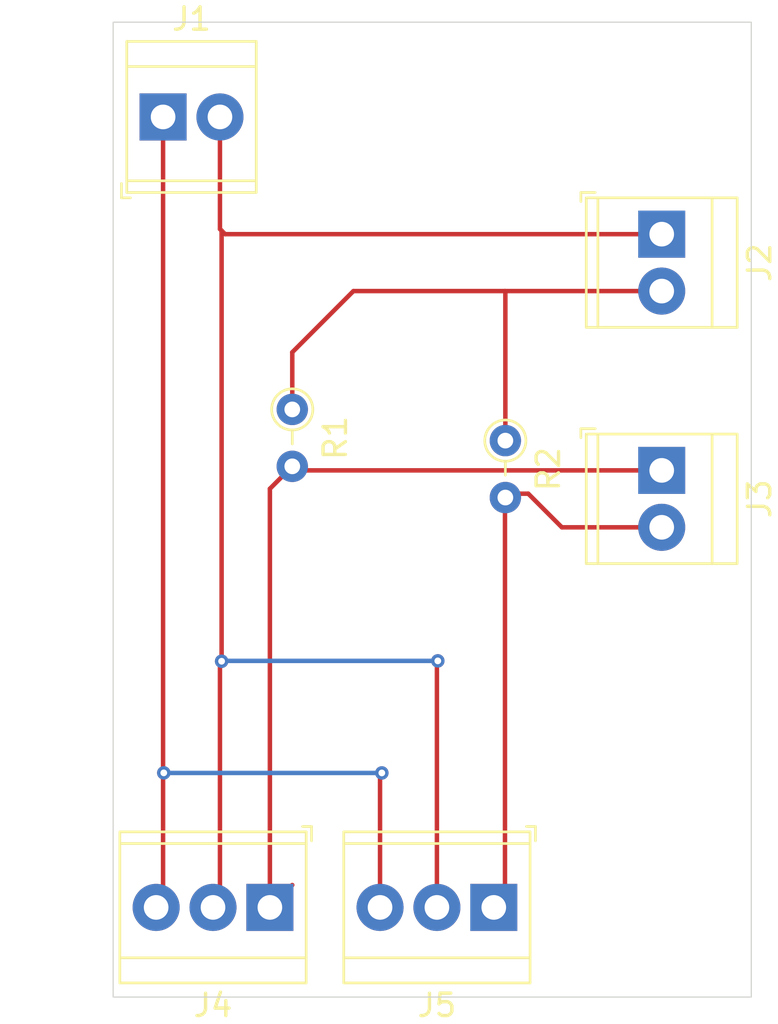
<source format=kicad_pcb>
(kicad_pcb (version 20240108) (generator "pcbnew") (generator_version "8.0")
  (title_block (title "Connector") (date "2024-08-07") (rev "1"))
  (layers (0 "F.Cu" signal) (31 "B.Cu" signal) (34 "B.Paste" user) (35 "F.Paste" user) (36 "B.SilkS" user "B.Silkscreen") (37 "F.SilkS" user "F.Silkscreen") (38 "B.Mask" user) (39 "F.Mask" user) (44 "Edge.Cuts" user))
  (net 0 "")
  (net 1 "+12V")
  (net 2 "GND")
  (net 3 "Button Right")
  (net 4 "Button Left")
  (net 5 "+3.3V")
  (footprint "TerminalBlock_TE-Connectivity:TerminalBlock_TE_282834-3_1x03_P2.54mm_Horizontal" (layer "F.Cu") (at 82 65 180)
    (property "Reference" "J4" (at 2.54 -4.37 360) (layer "F.SilkS"))
    (property "Value" "Screw_Terminal_01x03")
    (fp_line (start 6.7 -3.37) (end 6.7 3.37) (stroke (width 0.12)) (layer "F.SilkS"))
    (fp_line (start -1.62 3.37) (end 6.7 3.37) (stroke (width 0.12)) (layer "F.SilkS"))
    (fp_line (start -1.62 2.85) (end 6.7 2.85) (stroke (width 0.12)) (layer "F.SilkS"))
    (fp_line (start -1.62 -2.25) (end 6.7 -2.25) (stroke (width 0.12)) (layer "F.SilkS"))
    (fp_line (start -1.62 -3.37) (end 6.7 -3.37) (stroke (width 0.12)) (layer "F.SilkS"))
    (fp_line (start -1.62 -3.37) (end -1.62 3.37) (stroke (width 0.12)) (layer "F.SilkS"))
    (fp_line (start -1.86 3.61) (end -1.46 3.61) (stroke (width 0.12)) (layer "F.SilkS"))
    (fp_line (start -1.86 2.97) (end -1.86 3.61) (stroke (width 0.12)) (layer "F.SilkS"))
    (pad "1" thru_hole rect (at 0 0 180) (size 2.1 2.1) (drill 1.1) (layers "*.Cu" "*.Mask") (net 4 "Button Left"))
    (pad "2" thru_hole circle (at 2.54 0 180) (size 2.1 2.1) (drill 1.1) (layers "*.Cu" "*.Mask") (net 2 "GND"))
    (pad "3" thru_hole circle (at 5.08 0 180) (size 2.1 2.1) (drill 1.1) (layers "*.Cu" "*.Mask") (net 1 "+12V"))
  )
  (footprint "Resistor_THT:R_Axial_DIN0204_L3.6mm_D1.6mm_P2.54mm_Vertical" (layer "F.Cu") (at 92.516803 44.17204 -90)
    (property "Reference" "R2" (at 1.27 -1.92 90) (layer "F.SilkS"))
    (property "Value" "10k")
    (fp_line (start 0.92 0) (end 1.54 0) (stroke (width 0.12)) (layer "F.SilkS"))
    (fp_circle (center 0 0) (end 0.92 0) (stroke (width 0.12)) (fill none) (layer "F.SilkS"))
    (pad "1" thru_hole circle (at 0 0 270) (size 1.4 1.4) (drill 0.7) (layers "*.Cu" "*.Mask") (net 5 "+3.3V"))
    (pad "2" thru_hole oval (at 2.54 0 270) (size 1.4 1.4) (drill 0.7) (layers "*.Cu" "*.Mask") (net 3 "Button Right"))
  )
  (footprint "TerminalBlock_TE-Connectivity:TerminalBlock_TE_282834-2_1x02_P2.54mm_Horizontal" (layer "F.Cu") (at 77.23 29.73)
    (property "Reference" "J1" (at 1.27 -4.37 360) (layer "F.SilkS"))
    (property "Value" "Screw_Terminal_01x02")
    (fp_line (start -1.86 2.97) (end -1.86 3.61) (stroke (width 0.12)) (layer "F.SilkS"))
    (fp_line (start -1.86 3.61) (end -1.46 3.61) (stroke (width 0.12)) (layer "F.SilkS"))
    (fp_line (start -1.62 -3.37) (end -1.62 3.37) (stroke (width 0.12)) (layer "F.SilkS"))
    (fp_line (start -1.62 -3.37) (end 4.16 -3.37) (stroke (width 0.12)) (layer "F.SilkS"))
    (fp_line (start -1.62 -2.25) (end 4.16 -2.25) (stroke (width 0.12)) (layer "F.SilkS"))
    (fp_line (start -1.62 2.85) (end 4.16 2.85) (stroke (width 0.12)) (layer "F.SilkS"))
    (fp_line (start -1.62 3.37) (end 4.16 3.37) (stroke (width 0.12)) (layer "F.SilkS"))
    (fp_line (start 4.16 -3.37) (end 4.16 3.37) (stroke (width 0.12)) (layer "F.SilkS"))
    (pad "1" thru_hole rect (at 0 0) (size 2.1 2.1) (drill 1.1) (layers "*.Cu" "*.Mask") (net 1 "+12V"))
    (pad "2" thru_hole circle (at 2.54 0) (size 2.1 2.1) (drill 1.1) (layers "*.Cu" "*.Mask") (net 2 "GND"))
  )
  (footprint "TerminalBlock_TE-Connectivity:TerminalBlock_TE_282834-2_1x02_P2.54mm_Horizontal" (layer "F.Cu") (at 99.5 34.96 -90)
    (property "Reference" "J2" (at 1.27 -4.37 90) (layer "F.SilkS"))
    (property "Value" "Screw_Terminal_01x02")
    (fp_line (start -1.86 3.61) (end -1.46 3.61) (stroke (width 0.12)) (layer "F.SilkS"))
    (fp_line (start -1.62 3.37) (end 4.16 3.37) (stroke (width 0.12)) (layer "F.SilkS"))
    (fp_line (start -1.86 2.97) (end -1.86 3.61) (stroke (width 0.12)) (layer "F.SilkS"))
    (fp_line (start -1.62 2.85) (end 4.16 2.85) (stroke (width 0.12)) (layer "F.SilkS"))
    (fp_line (start -1.62 -2.25) (end 4.16 -2.25) (stroke (width 0.12)) (layer "F.SilkS"))
    (fp_line (start -1.62 -3.37) (end -1.62 3.37) (stroke (width 0.12)) (layer "F.SilkS"))
    (fp_line (start -1.62 -3.37) (end 4.16 -3.37) (stroke (width 0.12)) (layer "F.SilkS"))
    (fp_line (start 4.16 -3.37) (end 4.16 3.37) (stroke (width 0.12)) (layer "F.SilkS"))
    (pad "1" thru_hole rect (at 0 0 270) (size 2.1 2.1) (drill 1.1) (layers "*.Cu" "*.Mask") (net 2 "GND"))
    (pad "2" thru_hole circle (at 2.54 0 270) (size 2.1 2.1) (drill 1.1) (layers "*.Cu" "*.Mask") (net 5 "+3.3V"))
  )
  (footprint "Resistor_THT:R_Axial_DIN0204_L3.6mm_D1.6mm_P2.54mm_Vertical" (layer "F.Cu") (at 83 42.78 -90)
    (property "Reference" "R1" (at 1.27 -1.92 90) (layer "F.SilkS"))
    (property "Value" "10k")
    (fp_line (start 0.92 0) (end 1.54 0) (stroke (width 0.12)) (layer "F.SilkS"))
    (fp_circle (center 0 0) (end 0.92 0) (stroke (width 0.12)) (fill none) (layer "F.SilkS"))
    (pad "1" thru_hole circle (at 0 0 270) (size 1.4 1.4) (drill 0.7) (layers "*.Cu" "*.Mask") (net 5 "+3.3V"))
    (pad "2" thru_hole oval (at 2.54 0 270) (size 1.4 1.4) (drill 0.7) (layers "*.Cu" "*.Mask") (net 4 "Button Left"))
  )
  (footprint "TerminalBlock_TE-Connectivity:TerminalBlock_TE_282834-3_1x03_P2.54mm_Horizontal" (layer "F.Cu") (at 92 65 180)
    (property "Reference" "J5" (at 2.54 -4.37 360) (layer "F.SilkS"))
    (property "Value" "Screw_Terminal_01x03")
    (fp_line (start 6.7 -3.37) (end 6.7 3.37) (stroke (width 0.12)) (layer "F.SilkS"))
    (fp_line (start -1.62 3.37) (end 6.7 3.37) (stroke (width 0.12)) (layer "F.SilkS"))
    (fp_line (start -1.62 2.85) (end 6.7 2.85) (stroke (width 0.12)) (layer "F.SilkS"))
    (fp_line (start -1.62 -2.25) (end 6.7 -2.25) (stroke (width 0.12)) (layer "F.SilkS"))
    (fp_line (start -1.62 -3.37) (end 6.7 -3.37) (stroke (width 0.12)) (layer "F.SilkS"))
    (fp_line (start -1.62 -3.37) (end -1.62 3.37) (stroke (width 0.12)) (layer "F.SilkS"))
    (fp_line (start -1.86 3.61) (end -1.46 3.61) (stroke (width 0.12)) (layer "F.SilkS"))
    (fp_line (start -1.86 2.97) (end -1.86 3.61) (stroke (width 0.12)) (layer "F.SilkS"))
    (pad "1" thru_hole rect (at 0 0 180) (size 2.1 2.1) (drill 1.1) (layers "*.Cu" "*.Mask") (net 3 "Button Right"))
    (pad "2" thru_hole circle (at 2.54 0 180) (size 2.1 2.1) (drill 1.1) (layers "*.Cu" "*.Mask") (net 2 "GND"))
    (pad "3" thru_hole circle (at 5.08 0 180) (size 2.1 2.1) (drill 1.1) (layers "*.Cu" "*.Mask") (net 1 "+12V"))
  )
  (footprint "TerminalBlock_TE-Connectivity:TerminalBlock_TE_282834-2_1x02_P2.54mm_Horizontal" (layer "F.Cu") (at 99.5 45.5 -90)
    (property "Reference" "J3" (at 1.27 -4.37 90) (layer "F.SilkS"))
    (property "Value" "Screw_Terminal_01x02")
    (fp_line (start -1.86 3.61) (end -1.46 3.61) (stroke (width 0.12)) (layer "F.SilkS"))
    (fp_line (start -1.62 3.37) (end 4.16 3.37) (stroke (width 0.12)) (layer "F.SilkS"))
    (fp_line (start -1.86 2.97) (end -1.86 3.61) (stroke (width 0.12)) (layer "F.SilkS"))
    (fp_line (start -1.62 2.85) (end 4.16 2.85) (stroke (width 0.12)) (layer "F.SilkS"))
    (fp_line (start -1.62 -2.25) (end 4.16 -2.25) (stroke (width 0.12)) (layer "F.SilkS"))
    (fp_line (start -1.62 -3.37) (end -1.62 3.37) (stroke (width 0.12)) (layer "F.SilkS"))
    (fp_line (start -1.62 -3.37) (end 4.16 -3.37) (stroke (width 0.12)) (layer "F.SilkS"))
    (fp_line (start 4.16 -3.37) (end 4.16 3.37) (stroke (width 0.12)) (layer "F.SilkS"))
    (pad "1" thru_hole rect (at 0 0 270) (size 2.1 2.1) (drill 1.1) (layers "*.Cu" "*.Mask") (net 4 "Button Left"))
    (pad "2" thru_hole circle (at 2.54 0 270) (size 2.1 2.1) (drill 1.1) (layers "*.Cu" "*.Mask") (net 3 "Button Right"))
  )
  (gr_rect (start 75 25.5) (end 103.5 69) (stroke (width 0.05)) (fill none) (layer "Edge.Cuts"))
  (segment (start 77.260579 58.996977) (end 77.23 58.966398) (width 0.2) (layer "F.Cu") (net 1))
  (segment (start 77.23 58.966398) (end 77.23 29.73) (width 0.2) (layer "F.Cu") (net 1))
  (segment (start 86.92 65) (end 86.92 59.08) (width 0.2) (layer "F.Cu") (net 1))
  (segment (start 77.23 64.69) (end 76.92 65) (width 0.2) (layer "F.Cu") (net 1))
  (segment (start 86.92 59.08) (end 87 59) (width 0.2) (layer "F.Cu") (net 1))
  (segment (start 77.260579 58.996977) (end 77.23 59.027556) (width 0.2) (layer "F.Cu") (net 1))
  (segment (start 77.23 59.027556) (end 77.23 64.69) (width 0.2) (layer "F.Cu") (net 1))
  (via (at 77.260579 58.996977) (size 0.6) (drill 0.3) (layers "F.Cu" "B.Cu") (net 1))
  (via (at 87 59) (size 0.6) (drill 0.3) (layers "F.Cu" "B.Cu") (net 1))
  (segment (start 77.263602 59) (end 77.260579 58.996977) (width 0.2) (layer "B.Cu") (net 1))
  (segment (start 87 59) (end 77.263602 59) (width 0.2) (layer "B.Cu") (net 1))
  (segment (start 89.46 54.04) (end 89.5 54) (width 0.2) (layer "F.Cu") (net 2))
  (segment (start 79.77 64.69) (end 79.46 65) (width 0.2) (layer "F.Cu") (net 2))
  (segment (start 79.77 53.942128) (end 79.844098 54.016226) (width 0.2) (layer "F.Cu") (net 2))
  (segment (start 79.844098 54.016226) (end 79.77 54.090324) (width 0.2) (layer "F.Cu") (net 2))
  (segment (start 79.77 29.73) (end 79.77 34.73) (width 0.2) (layer "F.Cu") (net 2))
  (segment (start 89.46 65) (end 89.46 54.04) (width 0.2) (layer "F.Cu") (net 2))
  (segment (start 79.844098 34.804098) (end 79.77 34.73) (width 0.2) (layer "F.Cu") (net 2))
  (segment (start 80 34.96) (end 79.77 34.73) (width 0.2) (layer "F.Cu") (net 2))
  (segment (start 99.5 34.96) (end 80 34.96) (width 0.2) (layer "F.Cu") (net 2))
  (segment (start 79.77 54.090324) (end 79.77 64.69) (width 0.2) (layer "F.Cu") (net 2))
  (segment (start 79.844098 54.016226) (end 79.844098 34.804098) (width 0.2) (layer "F.Cu") (net 2))
  (via (at 89.5 54) (size 0.6) (drill 0.3) (layers "F.Cu" "B.Cu") (net 2))
  (via (at 79.844098 54.016226) (size 0.6) (drill 0.3) (layers "F.Cu" "B.Cu") (net 2))
  (segment (start 79.860324 54) (end 79.844098 54.016226) (width 0.2) (layer "B.Cu") (net 2))
  (segment (start 89.5 54) (end 79.860324 54) (width 0.2) (layer "B.Cu") (net 2))
  (segment (start 93.54 46.54) (end 92.5 46.54) (width 0.2) (layer "F.Cu") (net 3))
  (segment (start 99.5 48.04) (end 95.04 48.04) (width 0.2) (layer "F.Cu") (net 3))
  (segment (start 95.04 48.04) (end 93.54 46.54) (width 0.2) (layer "F.Cu") (net 3))
  (segment (start 92.5 64.5) (end 92 65) (width 0.2) (layer "F.Cu") (net 3))
  (segment (start 92.5 46.54) (end 92.5 64.5) (width 0.2) (layer "F.Cu") (net 3))
  (segment (start 99 45.5) (end 98.82 45.32) (width 0.2) (layer "F.Cu") (net 4))
  (segment (start 99.5 45.5) (end 83.18 45.5) (width 0.2) (layer "F.Cu") (net 4))
  (segment (start 82 46.32) (end 83 45.32) (width 0.2) (layer "F.Cu") (net 4))
  (segment (start 99.5 45.5) (end 99 45.5) (width 0.2) (layer "F.Cu") (net 4))
  (segment (start 83.18 45.5) (end 83 45.32) (width 0.2) (layer "F.Cu") (net 4))
  (segment (start 82 65) (end 82 46.32) (width 0.2) (layer "F.Cu") (net 4))
  (segment (start 83 64) (end 82 65) (width 0.2) (layer "F.Cu") (net 4))
  (segment (start 92.516803 37.516803) (end 92.5 37.5) (width 0.2) (layer "F.Cu") (net 5))
  (segment (start 85.73 37.5) (end 92.5 37.5) (width 0.2) (layer "F.Cu") (net 5))
  (segment (start 99.5 37.5) (end 92.5 37.5) (width 0.2) (layer "F.Cu") (net 5))
  (segment (start 83 40.23) (end 85.73 37.5) (width 0.2) (layer "F.Cu") (net 5))
  (segment (start 92.516803 44.17204) (end 92.516803 37.516803) (width 0.2) (layer "F.Cu") (net 5))
  (segment (start 83 42.78) (end 83 40.23) (width 0.2) (layer "F.Cu") (net 5))
)
</source>
